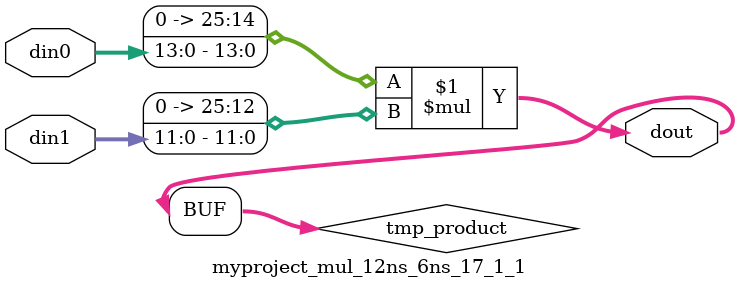
<source format=v>

`timescale 1 ns / 1 ps

 module myproject_mul_12ns_6ns_17_1_1(din0, din1, dout);
parameter ID = 1;
parameter NUM_STAGE = 0;
parameter din0_WIDTH = 14;
parameter din1_WIDTH = 12;
parameter dout_WIDTH = 26;

input [din0_WIDTH - 1 : 0] din0; 
input [din1_WIDTH - 1 : 0] din1; 
output [dout_WIDTH - 1 : 0] dout;

wire signed [dout_WIDTH - 1 : 0] tmp_product;
























assign tmp_product = $signed({1'b0, din0}) * $signed({1'b0, din1});











assign dout = tmp_product;





















endmodule

</source>
